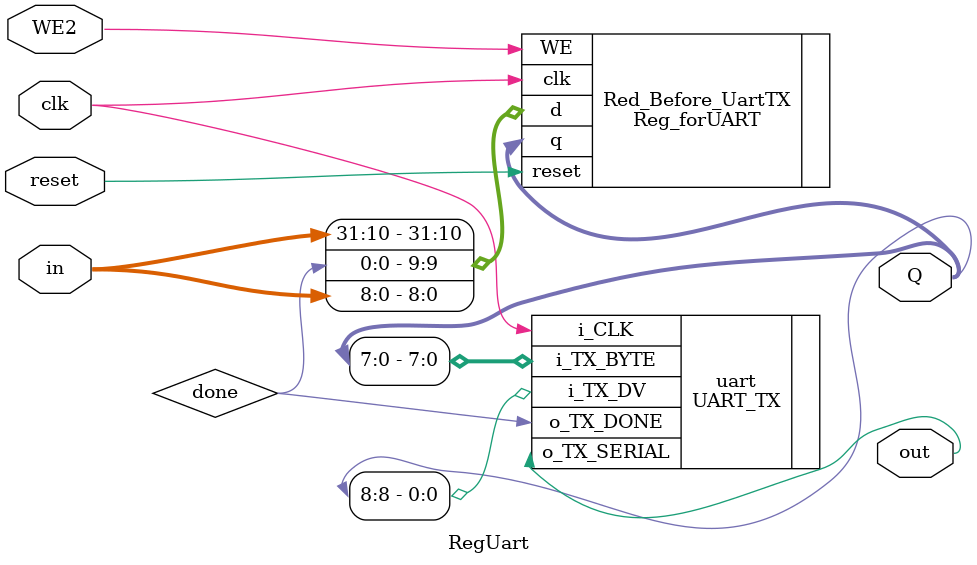
<source format=v>
module RegUart
	(
		input wire [31:0] in,
		output wire out,
		output wire [31:0] Q,
		//output wire done,
		input wire clk,
		input wire reset,
		input wire WE2
	
	);
	
	
	wire done;


	Reg_forUART Red_Before_UartTX
	(
		.clk(clk),
		.d({in[31:10],done,in[8:0]}),
		.reset(reset),
		.q(Q[31:0]),
		.WE(WE2)
	
	);
	
	UART_TX  uart
	(
		.i_CLK(clk),
		.i_TX_DV(Q[8]),
		.i_TX_BYTE(Q[7:0]),
		.o_TX_SERIAL(out),
		.o_TX_DONE(done)
	
	);
	
	
	
	
endmodule 


</source>
